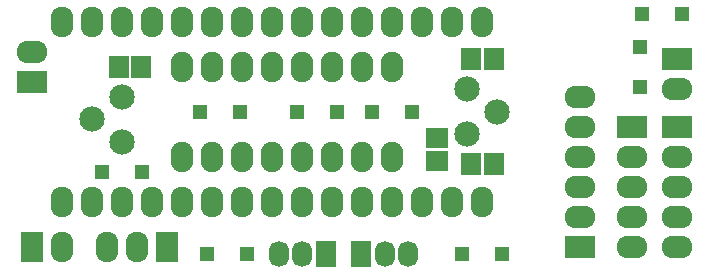
<source format=gbr>
G04 #@! TF.FileFunction,Soldermask,Bot*
%FSLAX46Y46*%
G04 Gerber Fmt 4.6, Leading zero omitted, Abs format (unit mm)*
G04 Created by KiCad (PCBNEW 0.201506222247+5806~23~ubuntu14.04.1-product) date gio 25 giu 2015 17:09:51 CEST*
%MOMM*%
G01*
G04 APERTURE LIST*
%ADD10C,0.200000*%
%ADD11O,1.901140X2.599640*%
%ADD12C,2.150060*%
%ADD13R,1.700480X1.898600*%
%ADD14R,1.898600X1.700480*%
%ADD15R,2.599640X1.924000*%
%ADD16O,2.599640X1.924000*%
%ADD17R,1.700000X2.200000*%
%ADD18O,1.700000X2.200000*%
%ADD19O,1.924000X2.599640*%
%ADD20O,1.924000X2.597100*%
%ADD21R,1.924000X2.599640*%
%ADD22R,1.250900X1.250900*%
G04 APERTURE END LIST*
D10*
D11*
X106680000Y-77470000D03*
X109220000Y-77470000D03*
X111760000Y-77470000D03*
X114300000Y-77470000D03*
X116840000Y-77470000D03*
X119380000Y-77470000D03*
X121920000Y-77470000D03*
X124460000Y-77470000D03*
X124460000Y-69850000D03*
X121920000Y-69850000D03*
X119380000Y-69850000D03*
X116840000Y-69850000D03*
X114300000Y-69850000D03*
X111760000Y-69850000D03*
X109220000Y-69850000D03*
X106680000Y-69850000D03*
D12*
X130810000Y-75565000D03*
X133350000Y-73660000D03*
X130810000Y-71755000D03*
X101600000Y-72390000D03*
X99060000Y-74295000D03*
X101600000Y-76200000D03*
D13*
X133032500Y-78105000D03*
X131127500Y-78105000D03*
X133032500Y-69215000D03*
X131127500Y-69215000D03*
D14*
X128270000Y-75882500D03*
X128270000Y-77787500D03*
D13*
X103187500Y-69850000D03*
X101282500Y-69850000D03*
D15*
X148590000Y-69215000D03*
D16*
X148590000Y-71755000D03*
D15*
X93980000Y-71120000D03*
D16*
X93980000Y-68580000D03*
D17*
X121825000Y-85725000D03*
D18*
X123825000Y-85725000D03*
X125825000Y-85725000D03*
D17*
X118840000Y-85725000D03*
D18*
X116840000Y-85725000D03*
X114840000Y-85725000D03*
D19*
X96520000Y-81280000D03*
X99060000Y-81280000D03*
X101600000Y-81280000D03*
X104140000Y-81280000D03*
X106680000Y-81280000D03*
X109220000Y-81280000D03*
X111760000Y-81280000D03*
X114300000Y-81280000D03*
X116840000Y-81280000D03*
X119380000Y-81280000D03*
X121920000Y-81280000D03*
X124460000Y-81280000D03*
X127000000Y-81280000D03*
X129540000Y-81280000D03*
X132080000Y-81280000D03*
X132080000Y-66040000D03*
X129540000Y-66040000D03*
X127000000Y-66040000D03*
X124460000Y-66040000D03*
D20*
X121920000Y-66040000D03*
X119380000Y-66040000D03*
X116840000Y-66040000D03*
X114300000Y-66040000D03*
X111760000Y-66040000D03*
X109220000Y-66040000D03*
X106680000Y-66040000D03*
X104140000Y-66040000D03*
X101600000Y-66040000D03*
X99060000Y-66040000D03*
X96520000Y-66040000D03*
D15*
X140335000Y-85090000D03*
D16*
X140335000Y-82550000D03*
X140335000Y-80010000D03*
X140335000Y-77470000D03*
X140335000Y-74930000D03*
X140335000Y-72390000D03*
D21*
X93980000Y-85090000D03*
D19*
X96520000Y-85090000D03*
D22*
X133753860Y-85725000D03*
X130406140Y-85725000D03*
X145646140Y-65405000D03*
X148993860Y-65405000D03*
X108816140Y-85725000D03*
X112163860Y-85725000D03*
X145415000Y-68176140D03*
X145415000Y-71523860D03*
X111528860Y-73660000D03*
X108181140Y-73660000D03*
X99926140Y-78740000D03*
X103273860Y-78740000D03*
X122786140Y-73660000D03*
X126133860Y-73660000D03*
X116436140Y-73660000D03*
X119783860Y-73660000D03*
D21*
X105410000Y-85090000D03*
D19*
X102870000Y-85090000D03*
X100330000Y-85090000D03*
D15*
X148590000Y-74930000D03*
D16*
X148590000Y-77470000D03*
X148590000Y-80010000D03*
X148590000Y-82550000D03*
X148590000Y-85090000D03*
D15*
X144780000Y-74930000D03*
D16*
X144780000Y-77470000D03*
X144780000Y-80010000D03*
X144780000Y-82550000D03*
X144780000Y-85090000D03*
M02*

</source>
